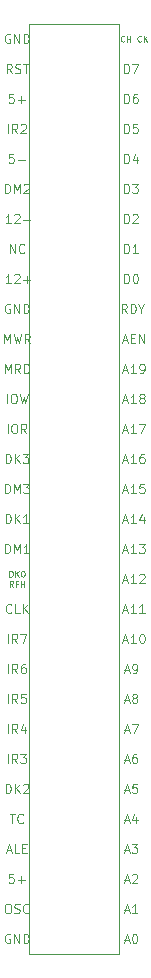
<source format=gbr>
%TF.GenerationSoftware,KiCad,Pcbnew,(5.1.8)-1*%
%TF.CreationDate,2020-12-26T11:11:33-07:00*%
%TF.ProjectId,ISA_BB,4953415f-4242-42e6-9b69-6361645f7063,rev?*%
%TF.SameCoordinates,Original*%
%TF.FileFunction,Legend,Top*%
%TF.FilePolarity,Positive*%
%FSLAX46Y46*%
G04 Gerber Fmt 4.6, Leading zero omitted, Abs format (unit mm)*
G04 Created by KiCad (PCBNEW (5.1.8)-1) date 2020-12-26 11:11:33*
%MOMM*%
%LPD*%
G01*
G04 APERTURE LIST*
%ADD10C,0.076200*%
%ADD11C,0.101600*%
%ADD12C,0.120000*%
G04 APERTURE END LIST*
D10*
X171909619Y-61141428D02*
X171885428Y-61165619D01*
X171812857Y-61189809D01*
X171764476Y-61189809D01*
X171691904Y-61165619D01*
X171643523Y-61117238D01*
X171619333Y-61068857D01*
X171595142Y-60972095D01*
X171595142Y-60899523D01*
X171619333Y-60802761D01*
X171643523Y-60754380D01*
X171691904Y-60706000D01*
X171764476Y-60681809D01*
X171812857Y-60681809D01*
X171885428Y-60706000D01*
X171909619Y-60730190D01*
X172127333Y-61189809D02*
X172127333Y-60681809D01*
X172127333Y-60923714D02*
X172417619Y-60923714D01*
X172417619Y-61189809D02*
X172417619Y-60681809D01*
X173336857Y-61141428D02*
X173312666Y-61165619D01*
X173240095Y-61189809D01*
X173191714Y-61189809D01*
X173119142Y-61165619D01*
X173070761Y-61117238D01*
X173046571Y-61068857D01*
X173022380Y-60972095D01*
X173022380Y-60899523D01*
X173046571Y-60802761D01*
X173070761Y-60754380D01*
X173119142Y-60706000D01*
X173191714Y-60681809D01*
X173240095Y-60681809D01*
X173312666Y-60706000D01*
X173336857Y-60730190D01*
X173554571Y-61189809D02*
X173554571Y-60681809D01*
X173844857Y-61189809D02*
X173627142Y-60899523D01*
X173844857Y-60681809D02*
X173554571Y-60972095D01*
D11*
X162233428Y-60579000D02*
X162160857Y-60542714D01*
X162052000Y-60542714D01*
X161943142Y-60579000D01*
X161870571Y-60651571D01*
X161834285Y-60724142D01*
X161798000Y-60869285D01*
X161798000Y-60978142D01*
X161834285Y-61123285D01*
X161870571Y-61195857D01*
X161943142Y-61268428D01*
X162052000Y-61304714D01*
X162124571Y-61304714D01*
X162233428Y-61268428D01*
X162269714Y-61232142D01*
X162269714Y-60978142D01*
X162124571Y-60978142D01*
X162596285Y-61304714D02*
X162596285Y-60542714D01*
X163031714Y-61304714D01*
X163031714Y-60542714D01*
X163394571Y-61304714D02*
X163394571Y-60542714D01*
X163576000Y-60542714D01*
X163684857Y-60579000D01*
X163757428Y-60651571D01*
X163793714Y-60724142D01*
X163830000Y-60869285D01*
X163830000Y-60978142D01*
X163793714Y-61123285D01*
X163757428Y-61195857D01*
X163684857Y-61268428D01*
X163576000Y-61304714D01*
X163394571Y-61304714D01*
X162396714Y-63844714D02*
X162142714Y-63481857D01*
X161961285Y-63844714D02*
X161961285Y-63082714D01*
X162251571Y-63082714D01*
X162324142Y-63119000D01*
X162360428Y-63155285D01*
X162396714Y-63227857D01*
X162396714Y-63336714D01*
X162360428Y-63409285D01*
X162324142Y-63445571D01*
X162251571Y-63481857D01*
X161961285Y-63481857D01*
X162687000Y-63808428D02*
X162795857Y-63844714D01*
X162977285Y-63844714D01*
X163049857Y-63808428D01*
X163086142Y-63772142D01*
X163122428Y-63699571D01*
X163122428Y-63627000D01*
X163086142Y-63554428D01*
X163049857Y-63518142D01*
X162977285Y-63481857D01*
X162832142Y-63445571D01*
X162759571Y-63409285D01*
X162723285Y-63373000D01*
X162687000Y-63300428D01*
X162687000Y-63227857D01*
X162723285Y-63155285D01*
X162759571Y-63119000D01*
X162832142Y-63082714D01*
X163013571Y-63082714D01*
X163122428Y-63119000D01*
X163340142Y-63082714D02*
X163775571Y-63082714D01*
X163557857Y-63844714D02*
X163557857Y-63082714D01*
X162523714Y-65622714D02*
X162160857Y-65622714D01*
X162124571Y-65985571D01*
X162160857Y-65949285D01*
X162233428Y-65913000D01*
X162414857Y-65913000D01*
X162487428Y-65949285D01*
X162523714Y-65985571D01*
X162560000Y-66058142D01*
X162560000Y-66239571D01*
X162523714Y-66312142D01*
X162487428Y-66348428D01*
X162414857Y-66384714D01*
X162233428Y-66384714D01*
X162160857Y-66348428D01*
X162124571Y-66312142D01*
X162886571Y-66094428D02*
X163467142Y-66094428D01*
X163176857Y-66384714D02*
X163176857Y-65804142D01*
X162070142Y-68924714D02*
X162070142Y-68162714D01*
X162868428Y-68924714D02*
X162614428Y-68561857D01*
X162433000Y-68924714D02*
X162433000Y-68162714D01*
X162723285Y-68162714D01*
X162795857Y-68199000D01*
X162832142Y-68235285D01*
X162868428Y-68307857D01*
X162868428Y-68416714D01*
X162832142Y-68489285D01*
X162795857Y-68525571D01*
X162723285Y-68561857D01*
X162433000Y-68561857D01*
X163158714Y-68235285D02*
X163195000Y-68199000D01*
X163267571Y-68162714D01*
X163449000Y-68162714D01*
X163521571Y-68199000D01*
X163557857Y-68235285D01*
X163594142Y-68307857D01*
X163594142Y-68380428D01*
X163557857Y-68489285D01*
X163122428Y-68924714D01*
X163594142Y-68924714D01*
X162523714Y-70702714D02*
X162160857Y-70702714D01*
X162124571Y-71065571D01*
X162160857Y-71029285D01*
X162233428Y-70993000D01*
X162414857Y-70993000D01*
X162487428Y-71029285D01*
X162523714Y-71065571D01*
X162560000Y-71138142D01*
X162560000Y-71319571D01*
X162523714Y-71392142D01*
X162487428Y-71428428D01*
X162414857Y-71464714D01*
X162233428Y-71464714D01*
X162160857Y-71428428D01*
X162124571Y-71392142D01*
X162886571Y-71174428D02*
X163467142Y-71174428D01*
X161816142Y-74004714D02*
X161816142Y-73242714D01*
X161997571Y-73242714D01*
X162106428Y-73279000D01*
X162179000Y-73351571D01*
X162215285Y-73424142D01*
X162251571Y-73569285D01*
X162251571Y-73678142D01*
X162215285Y-73823285D01*
X162179000Y-73895857D01*
X162106428Y-73968428D01*
X161997571Y-74004714D01*
X161816142Y-74004714D01*
X162578142Y-74004714D02*
X162578142Y-73242714D01*
X162832142Y-73787000D01*
X163086142Y-73242714D01*
X163086142Y-74004714D01*
X163412714Y-73315285D02*
X163449000Y-73279000D01*
X163521571Y-73242714D01*
X163703000Y-73242714D01*
X163775571Y-73279000D01*
X163811857Y-73315285D01*
X163848142Y-73387857D01*
X163848142Y-73460428D01*
X163811857Y-73569285D01*
X163376428Y-74004714D01*
X163848142Y-74004714D01*
X162324142Y-76544714D02*
X161888714Y-76544714D01*
X162106428Y-76544714D02*
X162106428Y-75782714D01*
X162033857Y-75891571D01*
X161961285Y-75964142D01*
X161888714Y-76000428D01*
X162614428Y-75855285D02*
X162650714Y-75819000D01*
X162723285Y-75782714D01*
X162904714Y-75782714D01*
X162977285Y-75819000D01*
X163013571Y-75855285D01*
X163049857Y-75927857D01*
X163049857Y-76000428D01*
X163013571Y-76109285D01*
X162578142Y-76544714D01*
X163049857Y-76544714D01*
X163376428Y-76254428D02*
X163957000Y-76254428D01*
X162215285Y-79084714D02*
X162215285Y-78322714D01*
X162650714Y-79084714D01*
X162650714Y-78322714D01*
X163449000Y-79012142D02*
X163412714Y-79048428D01*
X163303857Y-79084714D01*
X163231285Y-79084714D01*
X163122428Y-79048428D01*
X163049857Y-78975857D01*
X163013571Y-78903285D01*
X162977285Y-78758142D01*
X162977285Y-78649285D01*
X163013571Y-78504142D01*
X163049857Y-78431571D01*
X163122428Y-78359000D01*
X163231285Y-78322714D01*
X163303857Y-78322714D01*
X163412714Y-78359000D01*
X163449000Y-78395285D01*
X162324142Y-81624714D02*
X161888714Y-81624714D01*
X162106428Y-81624714D02*
X162106428Y-80862714D01*
X162033857Y-80971571D01*
X161961285Y-81044142D01*
X161888714Y-81080428D01*
X162614428Y-80935285D02*
X162650714Y-80899000D01*
X162723285Y-80862714D01*
X162904714Y-80862714D01*
X162977285Y-80899000D01*
X163013571Y-80935285D01*
X163049857Y-81007857D01*
X163049857Y-81080428D01*
X163013571Y-81189285D01*
X162578142Y-81624714D01*
X163049857Y-81624714D01*
X163376428Y-81334428D02*
X163957000Y-81334428D01*
X163666714Y-81624714D02*
X163666714Y-81044142D01*
X162233428Y-83439000D02*
X162160857Y-83402714D01*
X162052000Y-83402714D01*
X161943142Y-83439000D01*
X161870571Y-83511571D01*
X161834285Y-83584142D01*
X161798000Y-83729285D01*
X161798000Y-83838142D01*
X161834285Y-83983285D01*
X161870571Y-84055857D01*
X161943142Y-84128428D01*
X162052000Y-84164714D01*
X162124571Y-84164714D01*
X162233428Y-84128428D01*
X162269714Y-84092142D01*
X162269714Y-83838142D01*
X162124571Y-83838142D01*
X162596285Y-84164714D02*
X162596285Y-83402714D01*
X163031714Y-84164714D01*
X163031714Y-83402714D01*
X163394571Y-84164714D02*
X163394571Y-83402714D01*
X163576000Y-83402714D01*
X163684857Y-83439000D01*
X163757428Y-83511571D01*
X163793714Y-83584142D01*
X163830000Y-83729285D01*
X163830000Y-83838142D01*
X163793714Y-83983285D01*
X163757428Y-84055857D01*
X163684857Y-84128428D01*
X163576000Y-84164714D01*
X163394571Y-84164714D01*
X161743571Y-86704714D02*
X161743571Y-85942714D01*
X161997571Y-86487000D01*
X162251571Y-85942714D01*
X162251571Y-86704714D01*
X162541857Y-85942714D02*
X162723285Y-86704714D01*
X162868428Y-86160428D01*
X163013571Y-86704714D01*
X163195000Y-85942714D01*
X163920714Y-86704714D02*
X163666714Y-86341857D01*
X163485285Y-86704714D02*
X163485285Y-85942714D01*
X163775571Y-85942714D01*
X163848142Y-85979000D01*
X163884428Y-86015285D01*
X163920714Y-86087857D01*
X163920714Y-86196714D01*
X163884428Y-86269285D01*
X163848142Y-86305571D01*
X163775571Y-86341857D01*
X163485285Y-86341857D01*
X161798000Y-89244714D02*
X161798000Y-88482714D01*
X162052000Y-89027000D01*
X162306000Y-88482714D01*
X162306000Y-89244714D01*
X163104285Y-89244714D02*
X162850285Y-88881857D01*
X162668857Y-89244714D02*
X162668857Y-88482714D01*
X162959142Y-88482714D01*
X163031714Y-88519000D01*
X163068000Y-88555285D01*
X163104285Y-88627857D01*
X163104285Y-88736714D01*
X163068000Y-88809285D01*
X163031714Y-88845571D01*
X162959142Y-88881857D01*
X162668857Y-88881857D01*
X163430857Y-89244714D02*
X163430857Y-88482714D01*
X163612285Y-88482714D01*
X163721142Y-88519000D01*
X163793714Y-88591571D01*
X163830000Y-88664142D01*
X163866285Y-88809285D01*
X163866285Y-88918142D01*
X163830000Y-89063285D01*
X163793714Y-89135857D01*
X163721142Y-89208428D01*
X163612285Y-89244714D01*
X163430857Y-89244714D01*
X161979428Y-91784714D02*
X161979428Y-91022714D01*
X162487428Y-91022714D02*
X162632571Y-91022714D01*
X162705142Y-91059000D01*
X162777714Y-91131571D01*
X162814000Y-91276714D01*
X162814000Y-91530714D01*
X162777714Y-91675857D01*
X162705142Y-91748428D01*
X162632571Y-91784714D01*
X162487428Y-91784714D01*
X162414857Y-91748428D01*
X162342285Y-91675857D01*
X162306000Y-91530714D01*
X162306000Y-91276714D01*
X162342285Y-91131571D01*
X162414857Y-91059000D01*
X162487428Y-91022714D01*
X163068000Y-91022714D02*
X163249428Y-91784714D01*
X163394571Y-91240428D01*
X163539714Y-91784714D01*
X163721142Y-91022714D01*
X162033857Y-94324714D02*
X162033857Y-93562714D01*
X162541857Y-93562714D02*
X162687000Y-93562714D01*
X162759571Y-93599000D01*
X162832142Y-93671571D01*
X162868428Y-93816714D01*
X162868428Y-94070714D01*
X162832142Y-94215857D01*
X162759571Y-94288428D01*
X162687000Y-94324714D01*
X162541857Y-94324714D01*
X162469285Y-94288428D01*
X162396714Y-94215857D01*
X162360428Y-94070714D01*
X162360428Y-93816714D01*
X162396714Y-93671571D01*
X162469285Y-93599000D01*
X162541857Y-93562714D01*
X163630428Y-94324714D02*
X163376428Y-93961857D01*
X163195000Y-94324714D02*
X163195000Y-93562714D01*
X163485285Y-93562714D01*
X163557857Y-93599000D01*
X163594142Y-93635285D01*
X163630428Y-93707857D01*
X163630428Y-93816714D01*
X163594142Y-93889285D01*
X163557857Y-93925571D01*
X163485285Y-93961857D01*
X163195000Y-93961857D01*
X161870571Y-96864714D02*
X161870571Y-96102714D01*
X162052000Y-96102714D01*
X162160857Y-96139000D01*
X162233428Y-96211571D01*
X162269714Y-96284142D01*
X162306000Y-96429285D01*
X162306000Y-96538142D01*
X162269714Y-96683285D01*
X162233428Y-96755857D01*
X162160857Y-96828428D01*
X162052000Y-96864714D01*
X161870571Y-96864714D01*
X162632571Y-96864714D02*
X162632571Y-96102714D01*
X163068000Y-96864714D02*
X162741428Y-96429285D01*
X163068000Y-96102714D02*
X162632571Y-96538142D01*
X163322000Y-96102714D02*
X163793714Y-96102714D01*
X163539714Y-96393000D01*
X163648571Y-96393000D01*
X163721142Y-96429285D01*
X163757428Y-96465571D01*
X163793714Y-96538142D01*
X163793714Y-96719571D01*
X163757428Y-96792142D01*
X163721142Y-96828428D01*
X163648571Y-96864714D01*
X163430857Y-96864714D01*
X163358285Y-96828428D01*
X163322000Y-96792142D01*
X161816142Y-99404714D02*
X161816142Y-98642714D01*
X161997571Y-98642714D01*
X162106428Y-98679000D01*
X162179000Y-98751571D01*
X162215285Y-98824142D01*
X162251571Y-98969285D01*
X162251571Y-99078142D01*
X162215285Y-99223285D01*
X162179000Y-99295857D01*
X162106428Y-99368428D01*
X161997571Y-99404714D01*
X161816142Y-99404714D01*
X162578142Y-99404714D02*
X162578142Y-98642714D01*
X162832142Y-99187000D01*
X163086142Y-98642714D01*
X163086142Y-99404714D01*
X163376428Y-98642714D02*
X163848142Y-98642714D01*
X163594142Y-98933000D01*
X163703000Y-98933000D01*
X163775571Y-98969285D01*
X163811857Y-99005571D01*
X163848142Y-99078142D01*
X163848142Y-99259571D01*
X163811857Y-99332142D01*
X163775571Y-99368428D01*
X163703000Y-99404714D01*
X163485285Y-99404714D01*
X163412714Y-99368428D01*
X163376428Y-99332142D01*
X161870571Y-101944714D02*
X161870571Y-101182714D01*
X162052000Y-101182714D01*
X162160857Y-101219000D01*
X162233428Y-101291571D01*
X162269714Y-101364142D01*
X162306000Y-101509285D01*
X162306000Y-101618142D01*
X162269714Y-101763285D01*
X162233428Y-101835857D01*
X162160857Y-101908428D01*
X162052000Y-101944714D01*
X161870571Y-101944714D01*
X162632571Y-101944714D02*
X162632571Y-101182714D01*
X163068000Y-101944714D02*
X162741428Y-101509285D01*
X163068000Y-101182714D02*
X162632571Y-101618142D01*
X163793714Y-101944714D02*
X163358285Y-101944714D01*
X163576000Y-101944714D02*
X163576000Y-101182714D01*
X163503428Y-101291571D01*
X163430857Y-101364142D01*
X163358285Y-101400428D01*
X161816142Y-104484714D02*
X161816142Y-103722714D01*
X161997571Y-103722714D01*
X162106428Y-103759000D01*
X162179000Y-103831571D01*
X162215285Y-103904142D01*
X162251571Y-104049285D01*
X162251571Y-104158142D01*
X162215285Y-104303285D01*
X162179000Y-104375857D01*
X162106428Y-104448428D01*
X161997571Y-104484714D01*
X161816142Y-104484714D01*
X162578142Y-104484714D02*
X162578142Y-103722714D01*
X162832142Y-104267000D01*
X163086142Y-103722714D01*
X163086142Y-104484714D01*
X163848142Y-104484714D02*
X163412714Y-104484714D01*
X163630428Y-104484714D02*
X163630428Y-103722714D01*
X163557857Y-103831571D01*
X163485285Y-103904142D01*
X163412714Y-103940428D01*
D10*
X162185047Y-106490709D02*
X162185047Y-105982709D01*
X162306000Y-105982709D01*
X162378571Y-106006900D01*
X162426952Y-106055280D01*
X162451142Y-106103661D01*
X162475333Y-106200423D01*
X162475333Y-106272995D01*
X162451142Y-106369757D01*
X162426952Y-106418138D01*
X162378571Y-106466519D01*
X162306000Y-106490709D01*
X162185047Y-106490709D01*
X162693047Y-106490709D02*
X162693047Y-105982709D01*
X162983333Y-106490709D02*
X162765619Y-106200423D01*
X162983333Y-105982709D02*
X162693047Y-106272995D01*
X163297809Y-105982709D02*
X163346190Y-105982709D01*
X163394571Y-106006900D01*
X163418761Y-106031090D01*
X163442952Y-106079471D01*
X163467142Y-106176233D01*
X163467142Y-106297185D01*
X163442952Y-106393947D01*
X163418761Y-106442328D01*
X163394571Y-106466519D01*
X163346190Y-106490709D01*
X163297809Y-106490709D01*
X163249428Y-106466519D01*
X163225238Y-106442328D01*
X163201047Y-106393947D01*
X163176857Y-106297185D01*
X163176857Y-106176233D01*
X163201047Y-106079471D01*
X163225238Y-106031090D01*
X163249428Y-106006900D01*
X163297809Y-105982709D01*
X162487428Y-107328909D02*
X162318095Y-107087004D01*
X162197142Y-107328909D02*
X162197142Y-106820909D01*
X162390666Y-106820909D01*
X162439047Y-106845100D01*
X162463238Y-106869290D01*
X162487428Y-106917671D01*
X162487428Y-106990242D01*
X162463238Y-107038623D01*
X162439047Y-107062814D01*
X162390666Y-107087004D01*
X162197142Y-107087004D01*
X162874476Y-107062814D02*
X162705142Y-107062814D01*
X162705142Y-107328909D02*
X162705142Y-106820909D01*
X162947047Y-106820909D01*
X163140571Y-107328909D02*
X163140571Y-106820909D01*
X163140571Y-107062814D02*
X163430857Y-107062814D01*
X163430857Y-107328909D02*
X163430857Y-106820909D01*
D11*
X162360428Y-109492142D02*
X162324142Y-109528428D01*
X162215285Y-109564714D01*
X162142714Y-109564714D01*
X162033857Y-109528428D01*
X161961285Y-109455857D01*
X161925000Y-109383285D01*
X161888714Y-109238142D01*
X161888714Y-109129285D01*
X161925000Y-108984142D01*
X161961285Y-108911571D01*
X162033857Y-108839000D01*
X162142714Y-108802714D01*
X162215285Y-108802714D01*
X162324142Y-108839000D01*
X162360428Y-108875285D01*
X163049857Y-109564714D02*
X162687000Y-109564714D01*
X162687000Y-108802714D01*
X163303857Y-109564714D02*
X163303857Y-108802714D01*
X163739285Y-109564714D02*
X163412714Y-109129285D01*
X163739285Y-108802714D02*
X163303857Y-109238142D01*
X162070142Y-112104714D02*
X162070142Y-111342714D01*
X162868428Y-112104714D02*
X162614428Y-111741857D01*
X162433000Y-112104714D02*
X162433000Y-111342714D01*
X162723285Y-111342714D01*
X162795857Y-111379000D01*
X162832142Y-111415285D01*
X162868428Y-111487857D01*
X162868428Y-111596714D01*
X162832142Y-111669285D01*
X162795857Y-111705571D01*
X162723285Y-111741857D01*
X162433000Y-111741857D01*
X163122428Y-111342714D02*
X163630428Y-111342714D01*
X163303857Y-112104714D01*
X162070142Y-114644714D02*
X162070142Y-113882714D01*
X162868428Y-114644714D02*
X162614428Y-114281857D01*
X162433000Y-114644714D02*
X162433000Y-113882714D01*
X162723285Y-113882714D01*
X162795857Y-113919000D01*
X162832142Y-113955285D01*
X162868428Y-114027857D01*
X162868428Y-114136714D01*
X162832142Y-114209285D01*
X162795857Y-114245571D01*
X162723285Y-114281857D01*
X162433000Y-114281857D01*
X163521571Y-113882714D02*
X163376428Y-113882714D01*
X163303857Y-113919000D01*
X163267571Y-113955285D01*
X163195000Y-114064142D01*
X163158714Y-114209285D01*
X163158714Y-114499571D01*
X163195000Y-114572142D01*
X163231285Y-114608428D01*
X163303857Y-114644714D01*
X163449000Y-114644714D01*
X163521571Y-114608428D01*
X163557857Y-114572142D01*
X163594142Y-114499571D01*
X163594142Y-114318142D01*
X163557857Y-114245571D01*
X163521571Y-114209285D01*
X163449000Y-114173000D01*
X163303857Y-114173000D01*
X163231285Y-114209285D01*
X163195000Y-114245571D01*
X163158714Y-114318142D01*
X162070142Y-117184714D02*
X162070142Y-116422714D01*
X162868428Y-117184714D02*
X162614428Y-116821857D01*
X162433000Y-117184714D02*
X162433000Y-116422714D01*
X162723285Y-116422714D01*
X162795857Y-116459000D01*
X162832142Y-116495285D01*
X162868428Y-116567857D01*
X162868428Y-116676714D01*
X162832142Y-116749285D01*
X162795857Y-116785571D01*
X162723285Y-116821857D01*
X162433000Y-116821857D01*
X163557857Y-116422714D02*
X163195000Y-116422714D01*
X163158714Y-116785571D01*
X163195000Y-116749285D01*
X163267571Y-116713000D01*
X163449000Y-116713000D01*
X163521571Y-116749285D01*
X163557857Y-116785571D01*
X163594142Y-116858142D01*
X163594142Y-117039571D01*
X163557857Y-117112142D01*
X163521571Y-117148428D01*
X163449000Y-117184714D01*
X163267571Y-117184714D01*
X163195000Y-117148428D01*
X163158714Y-117112142D01*
X162070142Y-119724714D02*
X162070142Y-118962714D01*
X162868428Y-119724714D02*
X162614428Y-119361857D01*
X162433000Y-119724714D02*
X162433000Y-118962714D01*
X162723285Y-118962714D01*
X162795857Y-118999000D01*
X162832142Y-119035285D01*
X162868428Y-119107857D01*
X162868428Y-119216714D01*
X162832142Y-119289285D01*
X162795857Y-119325571D01*
X162723285Y-119361857D01*
X162433000Y-119361857D01*
X163521571Y-119216714D02*
X163521571Y-119724714D01*
X163340142Y-118926428D02*
X163158714Y-119470714D01*
X163630428Y-119470714D01*
X162070142Y-122264714D02*
X162070142Y-121502714D01*
X162868428Y-122264714D02*
X162614428Y-121901857D01*
X162433000Y-122264714D02*
X162433000Y-121502714D01*
X162723285Y-121502714D01*
X162795857Y-121539000D01*
X162832142Y-121575285D01*
X162868428Y-121647857D01*
X162868428Y-121756714D01*
X162832142Y-121829285D01*
X162795857Y-121865571D01*
X162723285Y-121901857D01*
X162433000Y-121901857D01*
X163122428Y-121502714D02*
X163594142Y-121502714D01*
X163340142Y-121793000D01*
X163449000Y-121793000D01*
X163521571Y-121829285D01*
X163557857Y-121865571D01*
X163594142Y-121938142D01*
X163594142Y-122119571D01*
X163557857Y-122192142D01*
X163521571Y-122228428D01*
X163449000Y-122264714D01*
X163231285Y-122264714D01*
X163158714Y-122228428D01*
X163122428Y-122192142D01*
X161870571Y-124804714D02*
X161870571Y-124042714D01*
X162052000Y-124042714D01*
X162160857Y-124079000D01*
X162233428Y-124151571D01*
X162269714Y-124224142D01*
X162306000Y-124369285D01*
X162306000Y-124478142D01*
X162269714Y-124623285D01*
X162233428Y-124695857D01*
X162160857Y-124768428D01*
X162052000Y-124804714D01*
X161870571Y-124804714D01*
X162632571Y-124804714D02*
X162632571Y-124042714D01*
X163068000Y-124804714D02*
X162741428Y-124369285D01*
X163068000Y-124042714D02*
X162632571Y-124478142D01*
X163358285Y-124115285D02*
X163394571Y-124079000D01*
X163467142Y-124042714D01*
X163648571Y-124042714D01*
X163721142Y-124079000D01*
X163757428Y-124115285D01*
X163793714Y-124187857D01*
X163793714Y-124260428D01*
X163757428Y-124369285D01*
X163322000Y-124804714D01*
X163793714Y-124804714D01*
X162215285Y-126582714D02*
X162650714Y-126582714D01*
X162433000Y-127344714D02*
X162433000Y-126582714D01*
X163340142Y-127272142D02*
X163303857Y-127308428D01*
X163195000Y-127344714D01*
X163122428Y-127344714D01*
X163013571Y-127308428D01*
X162941000Y-127235857D01*
X162904714Y-127163285D01*
X162868428Y-127018142D01*
X162868428Y-126909285D01*
X162904714Y-126764142D01*
X162941000Y-126691571D01*
X163013571Y-126619000D01*
X163122428Y-126582714D01*
X163195000Y-126582714D01*
X163303857Y-126619000D01*
X163340142Y-126655285D01*
X161979428Y-129667000D02*
X162342285Y-129667000D01*
X161906857Y-129884714D02*
X162160857Y-129122714D01*
X162414857Y-129884714D01*
X163031714Y-129884714D02*
X162668857Y-129884714D01*
X162668857Y-129122714D01*
X163285714Y-129485571D02*
X163539714Y-129485571D01*
X163648571Y-129884714D02*
X163285714Y-129884714D01*
X163285714Y-129122714D01*
X163648571Y-129122714D01*
X162523714Y-131662714D02*
X162160857Y-131662714D01*
X162124571Y-132025571D01*
X162160857Y-131989285D01*
X162233428Y-131953000D01*
X162414857Y-131953000D01*
X162487428Y-131989285D01*
X162523714Y-132025571D01*
X162560000Y-132098142D01*
X162560000Y-132279571D01*
X162523714Y-132352142D01*
X162487428Y-132388428D01*
X162414857Y-132424714D01*
X162233428Y-132424714D01*
X162160857Y-132388428D01*
X162124571Y-132352142D01*
X162886571Y-132134428D02*
X163467142Y-132134428D01*
X163176857Y-132424714D02*
X163176857Y-131844142D01*
X161997571Y-134202714D02*
X162142714Y-134202714D01*
X162215285Y-134239000D01*
X162287857Y-134311571D01*
X162324142Y-134456714D01*
X162324142Y-134710714D01*
X162287857Y-134855857D01*
X162215285Y-134928428D01*
X162142714Y-134964714D01*
X161997571Y-134964714D01*
X161925000Y-134928428D01*
X161852428Y-134855857D01*
X161816142Y-134710714D01*
X161816142Y-134456714D01*
X161852428Y-134311571D01*
X161925000Y-134239000D01*
X161997571Y-134202714D01*
X162614428Y-134928428D02*
X162723285Y-134964714D01*
X162904714Y-134964714D01*
X162977285Y-134928428D01*
X163013571Y-134892142D01*
X163049857Y-134819571D01*
X163049857Y-134747000D01*
X163013571Y-134674428D01*
X162977285Y-134638142D01*
X162904714Y-134601857D01*
X162759571Y-134565571D01*
X162687000Y-134529285D01*
X162650714Y-134493000D01*
X162614428Y-134420428D01*
X162614428Y-134347857D01*
X162650714Y-134275285D01*
X162687000Y-134239000D01*
X162759571Y-134202714D01*
X162941000Y-134202714D01*
X163049857Y-134239000D01*
X163811857Y-134892142D02*
X163775571Y-134928428D01*
X163666714Y-134964714D01*
X163594142Y-134964714D01*
X163485285Y-134928428D01*
X163412714Y-134855857D01*
X163376428Y-134783285D01*
X163340142Y-134638142D01*
X163340142Y-134529285D01*
X163376428Y-134384142D01*
X163412714Y-134311571D01*
X163485285Y-134239000D01*
X163594142Y-134202714D01*
X163666714Y-134202714D01*
X163775571Y-134239000D01*
X163811857Y-134275285D01*
X162233428Y-136779000D02*
X162160857Y-136742714D01*
X162052000Y-136742714D01*
X161943142Y-136779000D01*
X161870571Y-136851571D01*
X161834285Y-136924142D01*
X161798000Y-137069285D01*
X161798000Y-137178142D01*
X161834285Y-137323285D01*
X161870571Y-137395857D01*
X161943142Y-137468428D01*
X162052000Y-137504714D01*
X162124571Y-137504714D01*
X162233428Y-137468428D01*
X162269714Y-137432142D01*
X162269714Y-137178142D01*
X162124571Y-137178142D01*
X162596285Y-137504714D02*
X162596285Y-136742714D01*
X163031714Y-137504714D01*
X163031714Y-136742714D01*
X163394571Y-137504714D02*
X163394571Y-136742714D01*
X163576000Y-136742714D01*
X163684857Y-136779000D01*
X163757428Y-136851571D01*
X163793714Y-136924142D01*
X163830000Y-137069285D01*
X163830000Y-137178142D01*
X163793714Y-137323285D01*
X163757428Y-137395857D01*
X163684857Y-137468428D01*
X163576000Y-137504714D01*
X163394571Y-137504714D01*
X171921714Y-137287000D02*
X172284571Y-137287000D01*
X171849142Y-137504714D02*
X172103142Y-136742714D01*
X172357142Y-137504714D01*
X172756285Y-136742714D02*
X172828857Y-136742714D01*
X172901428Y-136779000D01*
X172937714Y-136815285D01*
X172974000Y-136887857D01*
X173010285Y-137033000D01*
X173010285Y-137214428D01*
X172974000Y-137359571D01*
X172937714Y-137432142D01*
X172901428Y-137468428D01*
X172828857Y-137504714D01*
X172756285Y-137504714D01*
X172683714Y-137468428D01*
X172647428Y-137432142D01*
X172611142Y-137359571D01*
X172574857Y-137214428D01*
X172574857Y-137033000D01*
X172611142Y-136887857D01*
X172647428Y-136815285D01*
X172683714Y-136779000D01*
X172756285Y-136742714D01*
X171921714Y-134747000D02*
X172284571Y-134747000D01*
X171849142Y-134964714D02*
X172103142Y-134202714D01*
X172357142Y-134964714D01*
X173010285Y-134964714D02*
X172574857Y-134964714D01*
X172792571Y-134964714D02*
X172792571Y-134202714D01*
X172720000Y-134311571D01*
X172647428Y-134384142D01*
X172574857Y-134420428D01*
X171921714Y-132207000D02*
X172284571Y-132207000D01*
X171849142Y-132424714D02*
X172103142Y-131662714D01*
X172357142Y-132424714D01*
X172574857Y-131735285D02*
X172611142Y-131699000D01*
X172683714Y-131662714D01*
X172865142Y-131662714D01*
X172937714Y-131699000D01*
X172974000Y-131735285D01*
X173010285Y-131807857D01*
X173010285Y-131880428D01*
X172974000Y-131989285D01*
X172538571Y-132424714D01*
X173010285Y-132424714D01*
X171921714Y-129667000D02*
X172284571Y-129667000D01*
X171849142Y-129884714D02*
X172103142Y-129122714D01*
X172357142Y-129884714D01*
X172538571Y-129122714D02*
X173010285Y-129122714D01*
X172756285Y-129413000D01*
X172865142Y-129413000D01*
X172937714Y-129449285D01*
X172974000Y-129485571D01*
X173010285Y-129558142D01*
X173010285Y-129739571D01*
X172974000Y-129812142D01*
X172937714Y-129848428D01*
X172865142Y-129884714D01*
X172647428Y-129884714D01*
X172574857Y-129848428D01*
X172538571Y-129812142D01*
X171921714Y-127127000D02*
X172284571Y-127127000D01*
X171849142Y-127344714D02*
X172103142Y-126582714D01*
X172357142Y-127344714D01*
X172937714Y-126836714D02*
X172937714Y-127344714D01*
X172756285Y-126546428D02*
X172574857Y-127090714D01*
X173046571Y-127090714D01*
X171921714Y-124587000D02*
X172284571Y-124587000D01*
X171849142Y-124804714D02*
X172103142Y-124042714D01*
X172357142Y-124804714D01*
X172974000Y-124042714D02*
X172611142Y-124042714D01*
X172574857Y-124405571D01*
X172611142Y-124369285D01*
X172683714Y-124333000D01*
X172865142Y-124333000D01*
X172937714Y-124369285D01*
X172974000Y-124405571D01*
X173010285Y-124478142D01*
X173010285Y-124659571D01*
X172974000Y-124732142D01*
X172937714Y-124768428D01*
X172865142Y-124804714D01*
X172683714Y-124804714D01*
X172611142Y-124768428D01*
X172574857Y-124732142D01*
X171921714Y-122047000D02*
X172284571Y-122047000D01*
X171849142Y-122264714D02*
X172103142Y-121502714D01*
X172357142Y-122264714D01*
X172937714Y-121502714D02*
X172792571Y-121502714D01*
X172720000Y-121539000D01*
X172683714Y-121575285D01*
X172611142Y-121684142D01*
X172574857Y-121829285D01*
X172574857Y-122119571D01*
X172611142Y-122192142D01*
X172647428Y-122228428D01*
X172720000Y-122264714D01*
X172865142Y-122264714D01*
X172937714Y-122228428D01*
X172974000Y-122192142D01*
X173010285Y-122119571D01*
X173010285Y-121938142D01*
X172974000Y-121865571D01*
X172937714Y-121829285D01*
X172865142Y-121793000D01*
X172720000Y-121793000D01*
X172647428Y-121829285D01*
X172611142Y-121865571D01*
X172574857Y-121938142D01*
X171921714Y-119507000D02*
X172284571Y-119507000D01*
X171849142Y-119724714D02*
X172103142Y-118962714D01*
X172357142Y-119724714D01*
X172538571Y-118962714D02*
X173046571Y-118962714D01*
X172720000Y-119724714D01*
X171921714Y-116967000D02*
X172284571Y-116967000D01*
X171849142Y-117184714D02*
X172103142Y-116422714D01*
X172357142Y-117184714D01*
X172720000Y-116749285D02*
X172647428Y-116713000D01*
X172611142Y-116676714D01*
X172574857Y-116604142D01*
X172574857Y-116567857D01*
X172611142Y-116495285D01*
X172647428Y-116459000D01*
X172720000Y-116422714D01*
X172865142Y-116422714D01*
X172937714Y-116459000D01*
X172974000Y-116495285D01*
X173010285Y-116567857D01*
X173010285Y-116604142D01*
X172974000Y-116676714D01*
X172937714Y-116713000D01*
X172865142Y-116749285D01*
X172720000Y-116749285D01*
X172647428Y-116785571D01*
X172611142Y-116821857D01*
X172574857Y-116894428D01*
X172574857Y-117039571D01*
X172611142Y-117112142D01*
X172647428Y-117148428D01*
X172720000Y-117184714D01*
X172865142Y-117184714D01*
X172937714Y-117148428D01*
X172974000Y-117112142D01*
X173010285Y-117039571D01*
X173010285Y-116894428D01*
X172974000Y-116821857D01*
X172937714Y-116785571D01*
X172865142Y-116749285D01*
X171921714Y-114427000D02*
X172284571Y-114427000D01*
X171849142Y-114644714D02*
X172103142Y-113882714D01*
X172357142Y-114644714D01*
X172647428Y-114644714D02*
X172792571Y-114644714D01*
X172865142Y-114608428D01*
X172901428Y-114572142D01*
X172974000Y-114463285D01*
X173010285Y-114318142D01*
X173010285Y-114027857D01*
X172974000Y-113955285D01*
X172937714Y-113919000D01*
X172865142Y-113882714D01*
X172720000Y-113882714D01*
X172647428Y-113919000D01*
X172611142Y-113955285D01*
X172574857Y-114027857D01*
X172574857Y-114209285D01*
X172611142Y-114281857D01*
X172647428Y-114318142D01*
X172720000Y-114354428D01*
X172865142Y-114354428D01*
X172937714Y-114318142D01*
X172974000Y-114281857D01*
X173010285Y-114209285D01*
X171812857Y-111887000D02*
X172175714Y-111887000D01*
X171740285Y-112104714D02*
X171994285Y-111342714D01*
X172248285Y-112104714D01*
X172901428Y-112104714D02*
X172466000Y-112104714D01*
X172683714Y-112104714D02*
X172683714Y-111342714D01*
X172611142Y-111451571D01*
X172538571Y-111524142D01*
X172466000Y-111560428D01*
X173373142Y-111342714D02*
X173445714Y-111342714D01*
X173518285Y-111379000D01*
X173554571Y-111415285D01*
X173590857Y-111487857D01*
X173627142Y-111633000D01*
X173627142Y-111814428D01*
X173590857Y-111959571D01*
X173554571Y-112032142D01*
X173518285Y-112068428D01*
X173445714Y-112104714D01*
X173373142Y-112104714D01*
X173300571Y-112068428D01*
X173264285Y-112032142D01*
X173228000Y-111959571D01*
X173191714Y-111814428D01*
X173191714Y-111633000D01*
X173228000Y-111487857D01*
X173264285Y-111415285D01*
X173300571Y-111379000D01*
X173373142Y-111342714D01*
X171812857Y-109347000D02*
X172175714Y-109347000D01*
X171740285Y-109564714D02*
X171994285Y-108802714D01*
X172248285Y-109564714D01*
X172901428Y-109564714D02*
X172466000Y-109564714D01*
X172683714Y-109564714D02*
X172683714Y-108802714D01*
X172611142Y-108911571D01*
X172538571Y-108984142D01*
X172466000Y-109020428D01*
X173627142Y-109564714D02*
X173191714Y-109564714D01*
X173409428Y-109564714D02*
X173409428Y-108802714D01*
X173336857Y-108911571D01*
X173264285Y-108984142D01*
X173191714Y-109020428D01*
X171812857Y-106807000D02*
X172175714Y-106807000D01*
X171740285Y-107024714D02*
X171994285Y-106262714D01*
X172248285Y-107024714D01*
X172901428Y-107024714D02*
X172466000Y-107024714D01*
X172683714Y-107024714D02*
X172683714Y-106262714D01*
X172611142Y-106371571D01*
X172538571Y-106444142D01*
X172466000Y-106480428D01*
X173191714Y-106335285D02*
X173228000Y-106299000D01*
X173300571Y-106262714D01*
X173482000Y-106262714D01*
X173554571Y-106299000D01*
X173590857Y-106335285D01*
X173627142Y-106407857D01*
X173627142Y-106480428D01*
X173590857Y-106589285D01*
X173155428Y-107024714D01*
X173627142Y-107024714D01*
X171812857Y-104267000D02*
X172175714Y-104267000D01*
X171740285Y-104484714D02*
X171994285Y-103722714D01*
X172248285Y-104484714D01*
X172901428Y-104484714D02*
X172466000Y-104484714D01*
X172683714Y-104484714D02*
X172683714Y-103722714D01*
X172611142Y-103831571D01*
X172538571Y-103904142D01*
X172466000Y-103940428D01*
X173155428Y-103722714D02*
X173627142Y-103722714D01*
X173373142Y-104013000D01*
X173482000Y-104013000D01*
X173554571Y-104049285D01*
X173590857Y-104085571D01*
X173627142Y-104158142D01*
X173627142Y-104339571D01*
X173590857Y-104412142D01*
X173554571Y-104448428D01*
X173482000Y-104484714D01*
X173264285Y-104484714D01*
X173191714Y-104448428D01*
X173155428Y-104412142D01*
X171812857Y-101727000D02*
X172175714Y-101727000D01*
X171740285Y-101944714D02*
X171994285Y-101182714D01*
X172248285Y-101944714D01*
X172901428Y-101944714D02*
X172466000Y-101944714D01*
X172683714Y-101944714D02*
X172683714Y-101182714D01*
X172611142Y-101291571D01*
X172538571Y-101364142D01*
X172466000Y-101400428D01*
X173554571Y-101436714D02*
X173554571Y-101944714D01*
X173373142Y-101146428D02*
X173191714Y-101690714D01*
X173663428Y-101690714D01*
X171812857Y-99187000D02*
X172175714Y-99187000D01*
X171740285Y-99404714D02*
X171994285Y-98642714D01*
X172248285Y-99404714D01*
X172901428Y-99404714D02*
X172466000Y-99404714D01*
X172683714Y-99404714D02*
X172683714Y-98642714D01*
X172611142Y-98751571D01*
X172538571Y-98824142D01*
X172466000Y-98860428D01*
X173590857Y-98642714D02*
X173228000Y-98642714D01*
X173191714Y-99005571D01*
X173228000Y-98969285D01*
X173300571Y-98933000D01*
X173482000Y-98933000D01*
X173554571Y-98969285D01*
X173590857Y-99005571D01*
X173627142Y-99078142D01*
X173627142Y-99259571D01*
X173590857Y-99332142D01*
X173554571Y-99368428D01*
X173482000Y-99404714D01*
X173300571Y-99404714D01*
X173228000Y-99368428D01*
X173191714Y-99332142D01*
X171812857Y-96647000D02*
X172175714Y-96647000D01*
X171740285Y-96864714D02*
X171994285Y-96102714D01*
X172248285Y-96864714D01*
X172901428Y-96864714D02*
X172466000Y-96864714D01*
X172683714Y-96864714D02*
X172683714Y-96102714D01*
X172611142Y-96211571D01*
X172538571Y-96284142D01*
X172466000Y-96320428D01*
X173554571Y-96102714D02*
X173409428Y-96102714D01*
X173336857Y-96139000D01*
X173300571Y-96175285D01*
X173228000Y-96284142D01*
X173191714Y-96429285D01*
X173191714Y-96719571D01*
X173228000Y-96792142D01*
X173264285Y-96828428D01*
X173336857Y-96864714D01*
X173482000Y-96864714D01*
X173554571Y-96828428D01*
X173590857Y-96792142D01*
X173627142Y-96719571D01*
X173627142Y-96538142D01*
X173590857Y-96465571D01*
X173554571Y-96429285D01*
X173482000Y-96393000D01*
X173336857Y-96393000D01*
X173264285Y-96429285D01*
X173228000Y-96465571D01*
X173191714Y-96538142D01*
X171812857Y-94107000D02*
X172175714Y-94107000D01*
X171740285Y-94324714D02*
X171994285Y-93562714D01*
X172248285Y-94324714D01*
X172901428Y-94324714D02*
X172466000Y-94324714D01*
X172683714Y-94324714D02*
X172683714Y-93562714D01*
X172611142Y-93671571D01*
X172538571Y-93744142D01*
X172466000Y-93780428D01*
X173155428Y-93562714D02*
X173663428Y-93562714D01*
X173336857Y-94324714D01*
X171812857Y-91567000D02*
X172175714Y-91567000D01*
X171740285Y-91784714D02*
X171994285Y-91022714D01*
X172248285Y-91784714D01*
X172901428Y-91784714D02*
X172466000Y-91784714D01*
X172683714Y-91784714D02*
X172683714Y-91022714D01*
X172611142Y-91131571D01*
X172538571Y-91204142D01*
X172466000Y-91240428D01*
X173336857Y-91349285D02*
X173264285Y-91313000D01*
X173228000Y-91276714D01*
X173191714Y-91204142D01*
X173191714Y-91167857D01*
X173228000Y-91095285D01*
X173264285Y-91059000D01*
X173336857Y-91022714D01*
X173482000Y-91022714D01*
X173554571Y-91059000D01*
X173590857Y-91095285D01*
X173627142Y-91167857D01*
X173627142Y-91204142D01*
X173590857Y-91276714D01*
X173554571Y-91313000D01*
X173482000Y-91349285D01*
X173336857Y-91349285D01*
X173264285Y-91385571D01*
X173228000Y-91421857D01*
X173191714Y-91494428D01*
X173191714Y-91639571D01*
X173228000Y-91712142D01*
X173264285Y-91748428D01*
X173336857Y-91784714D01*
X173482000Y-91784714D01*
X173554571Y-91748428D01*
X173590857Y-91712142D01*
X173627142Y-91639571D01*
X173627142Y-91494428D01*
X173590857Y-91421857D01*
X173554571Y-91385571D01*
X173482000Y-91349285D01*
X171812857Y-89027000D02*
X172175714Y-89027000D01*
X171740285Y-89244714D02*
X171994285Y-88482714D01*
X172248285Y-89244714D01*
X172901428Y-89244714D02*
X172466000Y-89244714D01*
X172683714Y-89244714D02*
X172683714Y-88482714D01*
X172611142Y-88591571D01*
X172538571Y-88664142D01*
X172466000Y-88700428D01*
X173264285Y-89244714D02*
X173409428Y-89244714D01*
X173482000Y-89208428D01*
X173518285Y-89172142D01*
X173590857Y-89063285D01*
X173627142Y-88918142D01*
X173627142Y-88627857D01*
X173590857Y-88555285D01*
X173554571Y-88519000D01*
X173482000Y-88482714D01*
X173336857Y-88482714D01*
X173264285Y-88519000D01*
X173228000Y-88555285D01*
X173191714Y-88627857D01*
X173191714Y-88809285D01*
X173228000Y-88881857D01*
X173264285Y-88918142D01*
X173336857Y-88954428D01*
X173482000Y-88954428D01*
X173554571Y-88918142D01*
X173590857Y-88881857D01*
X173627142Y-88809285D01*
X171794714Y-86487000D02*
X172157571Y-86487000D01*
X171722142Y-86704714D02*
X171976142Y-85942714D01*
X172230142Y-86704714D01*
X172484142Y-86305571D02*
X172738142Y-86305571D01*
X172847000Y-86704714D02*
X172484142Y-86704714D01*
X172484142Y-85942714D01*
X172847000Y-85942714D01*
X173173571Y-86704714D02*
X173173571Y-85942714D01*
X173609000Y-86704714D01*
X173609000Y-85942714D01*
X172121285Y-84164714D02*
X171867285Y-83801857D01*
X171685857Y-84164714D02*
X171685857Y-83402714D01*
X171976142Y-83402714D01*
X172048714Y-83439000D01*
X172085000Y-83475285D01*
X172121285Y-83547857D01*
X172121285Y-83656714D01*
X172085000Y-83729285D01*
X172048714Y-83765571D01*
X171976142Y-83801857D01*
X171685857Y-83801857D01*
X172447857Y-84164714D02*
X172447857Y-83402714D01*
X172629285Y-83402714D01*
X172738142Y-83439000D01*
X172810714Y-83511571D01*
X172847000Y-83584142D01*
X172883285Y-83729285D01*
X172883285Y-83838142D01*
X172847000Y-83983285D01*
X172810714Y-84055857D01*
X172738142Y-84128428D01*
X172629285Y-84164714D01*
X172447857Y-84164714D01*
X173355000Y-83801857D02*
X173355000Y-84164714D01*
X173101000Y-83402714D02*
X173355000Y-83801857D01*
X173609000Y-83402714D01*
X171903571Y-81624714D02*
X171903571Y-80862714D01*
X172085000Y-80862714D01*
X172193857Y-80899000D01*
X172266428Y-80971571D01*
X172302714Y-81044142D01*
X172339000Y-81189285D01*
X172339000Y-81298142D01*
X172302714Y-81443285D01*
X172266428Y-81515857D01*
X172193857Y-81588428D01*
X172085000Y-81624714D01*
X171903571Y-81624714D01*
X172810714Y-80862714D02*
X172883285Y-80862714D01*
X172955857Y-80899000D01*
X172992142Y-80935285D01*
X173028428Y-81007857D01*
X173064714Y-81153000D01*
X173064714Y-81334428D01*
X173028428Y-81479571D01*
X172992142Y-81552142D01*
X172955857Y-81588428D01*
X172883285Y-81624714D01*
X172810714Y-81624714D01*
X172738142Y-81588428D01*
X172701857Y-81552142D01*
X172665571Y-81479571D01*
X172629285Y-81334428D01*
X172629285Y-81153000D01*
X172665571Y-81007857D01*
X172701857Y-80935285D01*
X172738142Y-80899000D01*
X172810714Y-80862714D01*
X171903571Y-79084714D02*
X171903571Y-78322714D01*
X172085000Y-78322714D01*
X172193857Y-78359000D01*
X172266428Y-78431571D01*
X172302714Y-78504142D01*
X172339000Y-78649285D01*
X172339000Y-78758142D01*
X172302714Y-78903285D01*
X172266428Y-78975857D01*
X172193857Y-79048428D01*
X172085000Y-79084714D01*
X171903571Y-79084714D01*
X173064714Y-79084714D02*
X172629285Y-79084714D01*
X172847000Y-79084714D02*
X172847000Y-78322714D01*
X172774428Y-78431571D01*
X172701857Y-78504142D01*
X172629285Y-78540428D01*
X171903571Y-76544714D02*
X171903571Y-75782714D01*
X172085000Y-75782714D01*
X172193857Y-75819000D01*
X172266428Y-75891571D01*
X172302714Y-75964142D01*
X172339000Y-76109285D01*
X172339000Y-76218142D01*
X172302714Y-76363285D01*
X172266428Y-76435857D01*
X172193857Y-76508428D01*
X172085000Y-76544714D01*
X171903571Y-76544714D01*
X172629285Y-75855285D02*
X172665571Y-75819000D01*
X172738142Y-75782714D01*
X172919571Y-75782714D01*
X172992142Y-75819000D01*
X173028428Y-75855285D01*
X173064714Y-75927857D01*
X173064714Y-76000428D01*
X173028428Y-76109285D01*
X172593000Y-76544714D01*
X173064714Y-76544714D01*
X171903571Y-74004714D02*
X171903571Y-73242714D01*
X172085000Y-73242714D01*
X172193857Y-73279000D01*
X172266428Y-73351571D01*
X172302714Y-73424142D01*
X172339000Y-73569285D01*
X172339000Y-73678142D01*
X172302714Y-73823285D01*
X172266428Y-73895857D01*
X172193857Y-73968428D01*
X172085000Y-74004714D01*
X171903571Y-74004714D01*
X172593000Y-73242714D02*
X173064714Y-73242714D01*
X172810714Y-73533000D01*
X172919571Y-73533000D01*
X172992142Y-73569285D01*
X173028428Y-73605571D01*
X173064714Y-73678142D01*
X173064714Y-73859571D01*
X173028428Y-73932142D01*
X172992142Y-73968428D01*
X172919571Y-74004714D01*
X172701857Y-74004714D01*
X172629285Y-73968428D01*
X172593000Y-73932142D01*
X171903571Y-71464714D02*
X171903571Y-70702714D01*
X172085000Y-70702714D01*
X172193857Y-70739000D01*
X172266428Y-70811571D01*
X172302714Y-70884142D01*
X172339000Y-71029285D01*
X172339000Y-71138142D01*
X172302714Y-71283285D01*
X172266428Y-71355857D01*
X172193857Y-71428428D01*
X172085000Y-71464714D01*
X171903571Y-71464714D01*
X172992142Y-70956714D02*
X172992142Y-71464714D01*
X172810714Y-70666428D02*
X172629285Y-71210714D01*
X173101000Y-71210714D01*
X171903571Y-68924714D02*
X171903571Y-68162714D01*
X172085000Y-68162714D01*
X172193857Y-68199000D01*
X172266428Y-68271571D01*
X172302714Y-68344142D01*
X172339000Y-68489285D01*
X172339000Y-68598142D01*
X172302714Y-68743285D01*
X172266428Y-68815857D01*
X172193857Y-68888428D01*
X172085000Y-68924714D01*
X171903571Y-68924714D01*
X173028428Y-68162714D02*
X172665571Y-68162714D01*
X172629285Y-68525571D01*
X172665571Y-68489285D01*
X172738142Y-68453000D01*
X172919571Y-68453000D01*
X172992142Y-68489285D01*
X173028428Y-68525571D01*
X173064714Y-68598142D01*
X173064714Y-68779571D01*
X173028428Y-68852142D01*
X172992142Y-68888428D01*
X172919571Y-68924714D01*
X172738142Y-68924714D01*
X172665571Y-68888428D01*
X172629285Y-68852142D01*
X171903571Y-66384714D02*
X171903571Y-65622714D01*
X172085000Y-65622714D01*
X172193857Y-65659000D01*
X172266428Y-65731571D01*
X172302714Y-65804142D01*
X172339000Y-65949285D01*
X172339000Y-66058142D01*
X172302714Y-66203285D01*
X172266428Y-66275857D01*
X172193857Y-66348428D01*
X172085000Y-66384714D01*
X171903571Y-66384714D01*
X172992142Y-65622714D02*
X172847000Y-65622714D01*
X172774428Y-65659000D01*
X172738142Y-65695285D01*
X172665571Y-65804142D01*
X172629285Y-65949285D01*
X172629285Y-66239571D01*
X172665571Y-66312142D01*
X172701857Y-66348428D01*
X172774428Y-66384714D01*
X172919571Y-66384714D01*
X172992142Y-66348428D01*
X173028428Y-66312142D01*
X173064714Y-66239571D01*
X173064714Y-66058142D01*
X173028428Y-65985571D01*
X172992142Y-65949285D01*
X172919571Y-65913000D01*
X172774428Y-65913000D01*
X172701857Y-65949285D01*
X172665571Y-65985571D01*
X172629285Y-66058142D01*
X171903571Y-63844714D02*
X171903571Y-63082714D01*
X172085000Y-63082714D01*
X172193857Y-63119000D01*
X172266428Y-63191571D01*
X172302714Y-63264142D01*
X172339000Y-63409285D01*
X172339000Y-63518142D01*
X172302714Y-63663285D01*
X172266428Y-63735857D01*
X172193857Y-63808428D01*
X172085000Y-63844714D01*
X171903571Y-63844714D01*
X172593000Y-63082714D02*
X173101000Y-63082714D01*
X172774428Y-63844714D01*
D12*
%TO.C,J2*%
X163830000Y-138430000D02*
X171450000Y-138430000D01*
X171450000Y-138430000D02*
X171450000Y-59690000D01*
X171450000Y-59690000D02*
X163830000Y-59690000D01*
X163830000Y-59690000D02*
X163830000Y-138430000D01*
%TD*%
M02*

</source>
